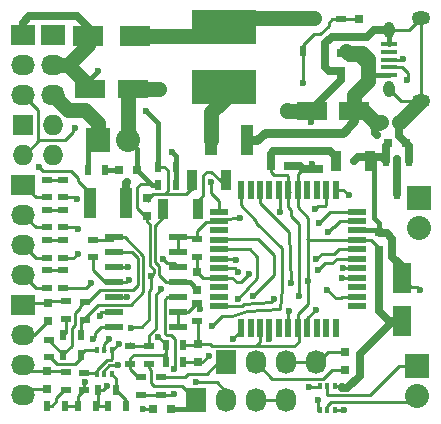
<source format=gbr>
G04 #@! TF.FileFunction,Copper,L1,Top,Signal*
%FSLAX46Y46*%
G04 Gerber Fmt 4.6, Leading zero omitted, Abs format (unit mm)*
G04 Created by KiCad (PCBNEW 4.0.4-stable) date 04/18/17 12:51:57*
%MOMM*%
%LPD*%
G01*
G04 APERTURE LIST*
%ADD10C,0.100000*%
%ADD11R,1.600200X2.600960*%
%ADD12R,1.600000X0.560000*%
%ADD13R,0.560000X1.600000*%
%ADD14R,1.350000X0.400000*%
%ADD15O,0.950000X1.400000*%
%ADD16O,1.550000X1.200000*%
%ADD17R,1.727200X2.032000*%
%ADD18O,1.727200X2.032000*%
%ADD19R,0.750000X0.800000*%
%ADD20R,0.800000X0.750000*%
%ADD21R,2.600960X1.600200*%
%ADD22R,2.499360X1.800860*%
%ADD23R,0.797560X0.797560*%
%ADD24R,1.000000X2.500000*%
%ADD25R,0.900000X1.700000*%
%ADD26R,2.032000X1.727200*%
%ADD27O,2.032000X1.727200*%
%ADD28R,1.727200X1.727200*%
%ADD29O,1.727200X1.727200*%
%ADD30R,2.032000X2.032000*%
%ADD31O,2.032000X2.032000*%
%ADD32R,0.600000X0.900000*%
%ADD33R,0.900000X0.500000*%
%ADD34R,0.500000X0.900000*%
%ADD35R,1.500000X0.600000*%
%ADD36R,0.304800X0.508000*%
%ADD37R,5.400040X2.900680*%
%ADD38R,5.400040X2.900000*%
%ADD39C,0.600000*%
%ADD40C,0.250000*%
%ADD41C,0.400000*%
%ADD42C,0.800000*%
%ADD43C,0.635000*%
%ADD44C,1.270000*%
G04 APERTURE END LIST*
D10*
D11*
X103187500Y-122214640D03*
X103187500Y-125816360D03*
D12*
X87723600Y-116573800D03*
X87723600Y-117373800D03*
X87723600Y-118173800D03*
X87723600Y-118973800D03*
X87723600Y-119773800D03*
X87723600Y-120573800D03*
X87723600Y-121373800D03*
X87723600Y-122173800D03*
X87723600Y-122973800D03*
X87723600Y-123773800D03*
X87723600Y-124573800D03*
D13*
X89573600Y-126423800D03*
X90373600Y-126423800D03*
X91173600Y-126423800D03*
X91973600Y-126423800D03*
X92773600Y-126423800D03*
X93573600Y-126423800D03*
X94373600Y-126423800D03*
X95173600Y-126423800D03*
X95973600Y-126423800D03*
X96773600Y-126423800D03*
X97573600Y-126423800D03*
D12*
X99423600Y-124573800D03*
X99423600Y-123773800D03*
X99423600Y-122973800D03*
X99423600Y-122173800D03*
X99423600Y-121373800D03*
X99423600Y-120573800D03*
X99423600Y-119773800D03*
X99423600Y-118973800D03*
X99423600Y-118173800D03*
X99423600Y-117373800D03*
X99423600Y-116573800D03*
D13*
X97573600Y-114723800D03*
X96773600Y-114723800D03*
X95973600Y-114723800D03*
X95173600Y-114723800D03*
X94373600Y-114723800D03*
X93573600Y-114723800D03*
X92773600Y-114723800D03*
X91973600Y-114723800D03*
X91173600Y-114723800D03*
X90373600Y-114723800D03*
X89573600Y-114723800D03*
D14*
X102132960Y-104996400D03*
X102132960Y-104346400D03*
X102132960Y-103696400D03*
X102132960Y-103046400D03*
X102132960Y-102396400D03*
D15*
X102132960Y-106196400D03*
X102132960Y-101196400D03*
D16*
X104832960Y-107196400D03*
X104832960Y-100196400D03*
D17*
X88328500Y-129349500D03*
D18*
X90868500Y-129349500D03*
X93408500Y-129349500D03*
X95948500Y-129349500D03*
D19*
X98374200Y-128459800D03*
X98374200Y-129959800D03*
D20*
X83630200Y-133273800D03*
X82130200Y-133273800D03*
X101421500Y-109029500D03*
X102921500Y-109029500D03*
D19*
X101219000Y-118312500D03*
X101219000Y-119812500D03*
X85915500Y-129312100D03*
X85915500Y-127812100D03*
X81597500Y-115455000D03*
X81597500Y-116955000D03*
X96202500Y-111454500D03*
X96202500Y-112954500D03*
D21*
X99146360Y-108077000D03*
X95544640Y-108077000D03*
D19*
X98044000Y-103136000D03*
X98044000Y-104636000D03*
D20*
X102056500Y-110807500D03*
X103556500Y-110807500D03*
D19*
X73215500Y-125845000D03*
X73215500Y-124345000D03*
X73152000Y-131610800D03*
X73152000Y-130110800D03*
D21*
X76812140Y-106172000D03*
X80413860Y-106172000D03*
D19*
X85852000Y-123178000D03*
X85852000Y-121678000D03*
X94805500Y-111454500D03*
X94805500Y-112954500D03*
D20*
X92087000Y-112712500D03*
X93587000Y-112712500D03*
D22*
X76614020Y-101727000D03*
X80611980Y-101727000D03*
D23*
X79260700Y-113030000D03*
X80759300Y-113030000D03*
D24*
X76808200Y-115824000D03*
X79808200Y-115824000D03*
D25*
X100522700Y-112318800D03*
X97622700Y-112318800D03*
X88318000Y-113919000D03*
X85418000Y-113919000D03*
X83005000Y-116332000D03*
X85905000Y-116332000D03*
D26*
X71120000Y-114300000D03*
D27*
X71120000Y-116840000D03*
X71120000Y-119380000D03*
X71120000Y-121920000D03*
D28*
X71120000Y-109220000D03*
D29*
X73660000Y-109220000D03*
X71120000Y-111760000D03*
X73660000Y-111760000D03*
D17*
X85788500Y-132524500D03*
D18*
X88328500Y-132524500D03*
X90868500Y-132524500D03*
X93408500Y-132524500D03*
D26*
X71120000Y-124460000D03*
D27*
X71120000Y-127000000D03*
X71120000Y-129540000D03*
X71120000Y-132080000D03*
D30*
X77470000Y-110490000D03*
D31*
X80010000Y-110490000D03*
D30*
X104470200Y-129616200D03*
D31*
X104470200Y-132156200D03*
D26*
X71069200Y-101587300D03*
D27*
X71069200Y-104127300D03*
X71069200Y-106667300D03*
D26*
X73660000Y-101600000D03*
D27*
X73660000Y-104140000D03*
X73660000Y-106680000D03*
D32*
X95758000Y-100200000D03*
X96708000Y-103000000D03*
X94808000Y-103000000D03*
D33*
X82753200Y-132068000D03*
X82753200Y-130568000D03*
X81788000Y-127951800D03*
X81788000Y-129451800D03*
X81127600Y-132068000D03*
X81127600Y-130568000D03*
X80187800Y-129451800D03*
X80187800Y-127951800D03*
D34*
X84684300Y-129324100D03*
X83184300Y-129324100D03*
X84684300Y-127850900D03*
X83184300Y-127850900D03*
D33*
X73101200Y-121525600D03*
X73101200Y-123025600D03*
X73101200Y-119011000D03*
X73101200Y-120511000D03*
X73101200Y-116420200D03*
X73101200Y-117920200D03*
X73101200Y-113880200D03*
X73101200Y-115380200D03*
X74498200Y-123025600D03*
X74498200Y-121525600D03*
X74498200Y-120511000D03*
X74498200Y-119011000D03*
X74498200Y-117920200D03*
X74498200Y-116420200D03*
X74498200Y-115380200D03*
X74498200Y-113880200D03*
D34*
X78320200Y-132994400D03*
X79820200Y-132994400D03*
X77482000Y-131673600D03*
X78982000Y-131673600D03*
X74535600Y-128676400D03*
X76035600Y-128676400D03*
D33*
X73304400Y-127418400D03*
X73304400Y-128918400D03*
X76327000Y-125718000D03*
X76327000Y-124218000D03*
D34*
X75805600Y-132994400D03*
X77305600Y-132994400D03*
D33*
X85852000Y-124345000D03*
X85852000Y-125845000D03*
D34*
X74497500Y-127063500D03*
X75997500Y-127063500D03*
X73164000Y-132994400D03*
X74664000Y-132994400D03*
D33*
X74739500Y-124154500D03*
X74739500Y-125654500D03*
X74726800Y-130161600D03*
X74726800Y-131661600D03*
D34*
X82562000Y-112776000D03*
X84062000Y-112776000D03*
X84062000Y-114300000D03*
X82562000Y-114300000D03*
D33*
X85826600Y-120384000D03*
X85826600Y-118884000D03*
X77025500Y-118947500D03*
X77025500Y-120447500D03*
X76250800Y-130212400D03*
X76250800Y-131712400D03*
X98056700Y-100265800D03*
X98056700Y-101765800D03*
D34*
X76593000Y-113030000D03*
X78093000Y-113030000D03*
D32*
X102806500Y-115065000D03*
X101856500Y-112265000D03*
X103756500Y-112265000D03*
D35*
X84234000Y-126365000D03*
X84234000Y-125095000D03*
X84234000Y-123825000D03*
X84234000Y-122555000D03*
X84234000Y-121285000D03*
X84234000Y-120015000D03*
X84234000Y-118745000D03*
X78834000Y-118745000D03*
X78834000Y-120015000D03*
X78834000Y-121285000D03*
X78834000Y-122555000D03*
X78834000Y-123825000D03*
X78834000Y-125095000D03*
X78834000Y-126365000D03*
D36*
X78613000Y-128320800D03*
X77343000Y-128320800D03*
X78613000Y-130352800D03*
X77978000Y-128320800D03*
X77343000Y-130352800D03*
X77978000Y-130352800D03*
X96215200Y-133400800D03*
X97485200Y-133400800D03*
X96215200Y-131368800D03*
X96850200Y-133400800D03*
X97485200Y-131368800D03*
X96850200Y-131368800D03*
D30*
X104597200Y-115392200D03*
D31*
X104597200Y-117932200D03*
D19*
X99580700Y-100265800D03*
X99580700Y-101765800D03*
D24*
X90069800Y-110540800D03*
X87069800Y-110540800D03*
D37*
X88138000Y-100916740D03*
D38*
X88138000Y-105998000D03*
D39*
X81229200Y-133273800D03*
X85750400Y-130962400D03*
X101041200Y-110083600D03*
X102793800Y-112090200D03*
X93421200Y-108000800D03*
X98145600Y-131419600D03*
X96062800Y-132562600D03*
X95567500Y-112585500D03*
X95504000Y-108966000D03*
X79222600Y-127762000D03*
X80289400Y-126390400D03*
X75514200Y-109474000D03*
X80060800Y-122326400D03*
X81940400Y-122021600D03*
X95199200Y-122428000D03*
X90271600Y-121843800D03*
X82626200Y-106222800D03*
X104724200Y-123215400D03*
X95885000Y-124891800D03*
X99123500Y-112268000D03*
X79946500Y-114046000D03*
X94513400Y-123723400D03*
X86817200Y-128803400D03*
X77470000Y-104648000D03*
X81534000Y-108077000D03*
X72491600Y-112826800D03*
X83693000Y-111506000D03*
X87020400Y-114071400D03*
X92900500Y-116649500D03*
X89471500Y-117157500D03*
X90614500Y-123698000D03*
X78422500Y-127381000D03*
X89344500Y-123952000D03*
X79184500Y-129603500D03*
X89154000Y-120650000D03*
X80010000Y-121285000D03*
X79883000Y-123825000D03*
X89344500Y-121666000D03*
X93662500Y-125031500D03*
X92329000Y-124015500D03*
X98310700Y-133400800D03*
X88849200Y-127355600D03*
X95326200Y-131445000D03*
X91973400Y-127355600D03*
X94818200Y-105714800D03*
X96875600Y-123215400D03*
X98145600Y-122174000D03*
X103581200Y-105410000D03*
X98171000Y-121361200D03*
X103301800Y-103657400D03*
X96075500Y-121539000D03*
X76835000Y-122618500D03*
X95948500Y-120586500D03*
X75755500Y-120142000D03*
X96964500Y-118300500D03*
X75755500Y-118046500D03*
X96139000Y-117538500D03*
X75692000Y-115506500D03*
X98679000Y-115189000D03*
X95821500Y-116332000D03*
X93827600Y-122656600D03*
X86106000Y-124841000D03*
X87122000Y-126238000D03*
X82550000Y-127190500D03*
X83921600Y-132029200D03*
X83921600Y-129895600D03*
X82981800Y-120599200D03*
X82804000Y-123088400D03*
X78206600Y-131318000D03*
X77597000Y-125399800D03*
X76327000Y-131013200D03*
X77012800Y-127355600D03*
D40*
X95948500Y-129349500D02*
X96075500Y-129349500D01*
X96075500Y-129349500D02*
X96952500Y-128472500D01*
X96952500Y-128472500D02*
X98044000Y-128472500D01*
X95948500Y-129349500D02*
X93408500Y-129349500D01*
X82753200Y-130568000D02*
X84824000Y-130568000D01*
X86664800Y-130302000D02*
X87617300Y-129349500D01*
X85090000Y-130302000D02*
X86664800Y-130302000D01*
X84824000Y-130568000D02*
X85090000Y-130302000D01*
X87617300Y-129349500D02*
X88328500Y-129349500D01*
X98044000Y-129972500D02*
X97281300Y-129972500D01*
X92227400Y-130708400D02*
X90868500Y-129349500D01*
X96545400Y-130708400D02*
X92227400Y-130708400D01*
X97281300Y-129972500D02*
X96545400Y-130708400D01*
X90868500Y-129349500D02*
X90932000Y-129349500D01*
D41*
X83630200Y-133273800D02*
X85039200Y-133273800D01*
X85039200Y-133273800D02*
X85788500Y-132524500D01*
D40*
X85064600Y-133248400D02*
X85788500Y-132524500D01*
X90868500Y-132524500D02*
X93408500Y-132524500D01*
X85788500Y-132524500D02*
X85788500Y-132626100D01*
X84582000Y-131318000D02*
X85788500Y-132524500D01*
X82194400Y-131318000D02*
X84582000Y-131318000D01*
X81940400Y-131064000D02*
X82194400Y-131318000D01*
X81940400Y-129997200D02*
X81940400Y-131064000D01*
X81788000Y-129844800D02*
X81940400Y-129997200D01*
X81788000Y-129451800D02*
X81788000Y-129844800D01*
X81788000Y-129451800D02*
X81788000Y-129667000D01*
X82118200Y-133273800D02*
X81229200Y-133273800D01*
X85750400Y-130962400D02*
X85801200Y-131013200D01*
X85801200Y-131013200D02*
X87528400Y-131013200D01*
X87528400Y-131013200D02*
X88328500Y-131813300D01*
X88328500Y-131813300D02*
X88328500Y-132524500D01*
D42*
X99146360Y-108077000D02*
X99146360Y-108930440D01*
X90957400Y-110540800D02*
X90069800Y-110540800D01*
X91592400Y-109905800D02*
X90957400Y-110540800D01*
X98171000Y-109905800D02*
X91592400Y-109905800D01*
X99146360Y-108930440D02*
X98171000Y-109905800D01*
D43*
X102806500Y-115065000D02*
X102806500Y-112102900D01*
X100888800Y-109931200D02*
X100888800Y-109016800D01*
X101041200Y-110083600D02*
X100888800Y-109931200D01*
X102806500Y-112102900D02*
X102793800Y-112090200D01*
D44*
X99146360Y-108077000D02*
X99949000Y-108077000D01*
X99949000Y-108077000D02*
X100888800Y-109016800D01*
X100888800Y-109016800D02*
X101028500Y-109156500D01*
X101028500Y-109156500D02*
X101421500Y-109029500D01*
X100330000Y-104648000D02*
X100330000Y-103632000D01*
X98615500Y-103124000D02*
X98488500Y-102997000D01*
X99822000Y-103124000D02*
X98615500Y-103124000D01*
X100330000Y-103632000D02*
X99822000Y-103124000D01*
X99146360Y-108077000D02*
X99146360Y-106720640D01*
X100330000Y-105537000D02*
X100330000Y-104648000D01*
X99146360Y-106720640D02*
X100330000Y-105537000D01*
D41*
X102132960Y-104996400D02*
X100678400Y-104996400D01*
X100678400Y-104996400D02*
X100330000Y-104648000D01*
X98603500Y-103695500D02*
X98044000Y-103136000D01*
X100330000Y-104648000D02*
X99377500Y-103695500D01*
X99377500Y-103695500D02*
X98603500Y-103695500D01*
D43*
X99580700Y-101765800D02*
X100227700Y-101765800D01*
X100797100Y-101196400D02*
X102132960Y-101196400D01*
X100227700Y-101765800D02*
X100797100Y-101196400D01*
X95544640Y-108077000D02*
X95544640Y-107909360D01*
X95544640Y-107909360D02*
X98044000Y-105410000D01*
X98044000Y-105410000D02*
X98044000Y-104636000D01*
X96708000Y-103000000D02*
X96708000Y-104366100D01*
X96977900Y-104636000D02*
X98044000Y-104636000D01*
X96708000Y-104366100D02*
X96977900Y-104636000D01*
X98056700Y-101765800D02*
X97243200Y-101765800D01*
X96708000Y-102301000D02*
X96708000Y-103000000D01*
X97243200Y-101765800D02*
X96708000Y-102301000D01*
X99580700Y-101765800D02*
X98056700Y-101765800D01*
D40*
X98094800Y-131368800D02*
X98145600Y-131419600D01*
X97485200Y-131368800D02*
X98094800Y-131368800D01*
D44*
X93497400Y-108077000D02*
X95544640Y-108077000D01*
X93421200Y-108000800D02*
X93497400Y-108077000D01*
D40*
X72390000Y-107950000D02*
X72390000Y-110617000D01*
X72390000Y-107950000D02*
X71120000Y-106680000D01*
X71069200Y-106629200D02*
X71120000Y-106680000D01*
D44*
X80413860Y-106172000D02*
X82575400Y-106172000D01*
D40*
X101219000Y-119812500D02*
X101219000Y-119659400D01*
X101219000Y-119659400D02*
X100533400Y-118973800D01*
D43*
X102921500Y-109029500D02*
X102921500Y-110172500D01*
X102921500Y-110172500D02*
X103556500Y-110807500D01*
X103756500Y-112265000D02*
X103756500Y-111007500D01*
X103756500Y-111007500D02*
X103556500Y-110807500D01*
X103187500Y-125816360D02*
X102067360Y-125816360D01*
X101219000Y-124968000D02*
X101219000Y-119812500D01*
X102067360Y-125816360D02*
X101219000Y-124968000D01*
X103187500Y-125816360D02*
X102453440Y-125816360D01*
X102453440Y-125816360D02*
X99618800Y-128651000D01*
X99618800Y-128651000D02*
X99618800Y-130454400D01*
X99618800Y-130454400D02*
X98584902Y-131488298D01*
X98584902Y-131488298D02*
X98145600Y-131488298D01*
X98145600Y-131488298D02*
X98145600Y-131445000D01*
D40*
X96075500Y-133477000D02*
X96075500Y-132575300D01*
X98120200Y-131445000D02*
X98145600Y-131445000D01*
X98145600Y-131419600D02*
X98120200Y-131445000D01*
X96075500Y-132575300D02*
X96062800Y-132562600D01*
X85915500Y-127812100D02*
X86943500Y-127812100D01*
X87122000Y-127990600D02*
X90576400Y-127990600D01*
X86943500Y-127812100D02*
X87122000Y-127990600D01*
D44*
X102921500Y-109029500D02*
X102999860Y-109029500D01*
X102999860Y-109029500D02*
X104832960Y-107196400D01*
D40*
X104832960Y-107196400D02*
X103132960Y-107196400D01*
X103132960Y-107196400D02*
X102132960Y-106196400D01*
X104832960Y-100196400D02*
X104832960Y-107196400D01*
X102132960Y-101196400D02*
X103832960Y-101196400D01*
X103832960Y-101196400D02*
X104832960Y-100196400D01*
D41*
X102132960Y-102396400D02*
X102132960Y-101196400D01*
D40*
X95377000Y-112776000D02*
X95567500Y-112585500D01*
X95504000Y-108966000D02*
X95544640Y-108925360D01*
X95544640Y-108925360D02*
X95544640Y-108077000D01*
X95377000Y-112954500D02*
X95377000Y-112776000D01*
X94373600Y-113386400D02*
X94805500Y-112954500D01*
D43*
X96202500Y-112954500D02*
X95377000Y-112954500D01*
X95377000Y-112954500D02*
X94805500Y-112954500D01*
X93587000Y-112712500D02*
X94563500Y-112712500D01*
X94563500Y-112712500D02*
X94805500Y-112954500D01*
D40*
X78613000Y-128320800D02*
X78663800Y-128320800D01*
X78663800Y-128320800D02*
X79222600Y-127762000D01*
X81940400Y-122021600D02*
X81940400Y-123139200D01*
X80365600Y-126314200D02*
X80289400Y-126390400D01*
X81178400Y-126314200D02*
X80365600Y-126314200D01*
X81788000Y-125704600D02*
X81178400Y-126314200D01*
X81788000Y-123291600D02*
X81788000Y-125704600D01*
X81940400Y-123139200D02*
X81788000Y-123291600D01*
X77343000Y-130352800D02*
X77343000Y-129970402D01*
X77343000Y-129970402D02*
X78198004Y-129115398D01*
X78198004Y-129115398D02*
X78580402Y-129115398D01*
X78580402Y-129115398D02*
X78613000Y-129082800D01*
X78613000Y-129082800D02*
X78613000Y-128320800D01*
X86347800Y-122173800D02*
X85852000Y-121678000D01*
X81597500Y-116955000D02*
X81445800Y-116955000D01*
X81445800Y-116955000D02*
X80797400Y-116306600D01*
X81089500Y-114236500D02*
X81724500Y-114236500D01*
X80797400Y-114528600D02*
X81089500Y-114236500D01*
X80797400Y-116306600D02*
X80797400Y-114528600D01*
X81788000Y-114173000D02*
X81788000Y-114058700D01*
X81724500Y-114236500D02*
X81845150Y-114115850D01*
X81845150Y-114115850D02*
X81788000Y-114173000D01*
X75361800Y-109829600D02*
X74701400Y-110490000D01*
X75514200Y-109474000D02*
X75361800Y-109626400D01*
X75361800Y-109626400D02*
X75361800Y-109829600D01*
X72517000Y-110490000D02*
X72390000Y-110617000D01*
X74701400Y-110490000D02*
X72517000Y-110490000D01*
X86092600Y-127635000D02*
X85915500Y-127812100D01*
X85915500Y-127812100D02*
X85915500Y-125908500D01*
X85915500Y-125908500D02*
X85852000Y-125845000D01*
X84684300Y-127850900D02*
X85876700Y-127850900D01*
X85876700Y-127850900D02*
X85915500Y-127812100D01*
X85826600Y-120384000D02*
X85826600Y-121652600D01*
X85826600Y-121652600D02*
X85852000Y-121678000D01*
X78834000Y-122555000D02*
X79832200Y-122555000D01*
X79832200Y-122555000D02*
X80060800Y-122326400D01*
X81864200Y-121165198D02*
X81864200Y-117678200D01*
X81940400Y-122021600D02*
X82169000Y-121793000D01*
X82169000Y-121793000D02*
X82169000Y-121469998D01*
X82169000Y-121469998D02*
X81864200Y-121165198D01*
X76250800Y-130212400D02*
X77202600Y-130212400D01*
X77202600Y-130212400D02*
X77343000Y-130352800D01*
X78834000Y-122555000D02*
X78054200Y-122555000D01*
X77025500Y-121526300D02*
X77025500Y-120447500D01*
X78054200Y-122555000D02*
X77025500Y-121526300D01*
X81597500Y-116955000D02*
X81597500Y-117411500D01*
X81597500Y-117411500D02*
X81864200Y-117678200D01*
D41*
X85852000Y-121678000D02*
X85864000Y-121678000D01*
X80759300Y-113030000D02*
X80759300Y-111239300D01*
X80759300Y-111239300D02*
X80010000Y-110490000D01*
X82562000Y-114300000D02*
X82029300Y-114300000D01*
X82029300Y-114300000D02*
X81788000Y-114058700D01*
X81788000Y-114058700D02*
X80759300Y-113030000D01*
D40*
X71120000Y-111760000D02*
X71247000Y-111760000D01*
X71247000Y-111760000D02*
X72390000Y-110617000D01*
D44*
X80010000Y-110490000D02*
X80010000Y-106575860D01*
X80010000Y-106575860D02*
X80413860Y-106172000D01*
D40*
X100533400Y-118973800D02*
X99423600Y-118973800D01*
X99423600Y-118973800D02*
X95250000Y-118973800D01*
X95186500Y-118935500D02*
X95250000Y-118935500D01*
X95211700Y-118935500D02*
X95186500Y-118935500D01*
X95250000Y-118973800D02*
X95211700Y-118935500D01*
X95250000Y-122428000D02*
X95250000Y-118935500D01*
X95250000Y-118935500D02*
X95250000Y-117094000D01*
X91173600Y-127622000D02*
X91173600Y-126423800D01*
X90805000Y-127990600D02*
X91173600Y-127622000D01*
X90576400Y-127990600D02*
X90805000Y-127990600D01*
X95199200Y-122428000D02*
X95250000Y-122428000D01*
X95250000Y-122428000D02*
X95224600Y-122428000D01*
X95224600Y-122428000D02*
X95250000Y-122428000D01*
X90576400Y-127990600D02*
X94081600Y-127990600D01*
X94462600Y-127609600D02*
X94462600Y-126512800D01*
X94081600Y-127990600D02*
X94462600Y-127609600D01*
X94462600Y-126512800D02*
X94373600Y-126423800D01*
X94373600Y-126423800D02*
X94373600Y-125272900D01*
X94373600Y-125272900D02*
X95250000Y-124396500D01*
X95250000Y-124396500D02*
X95250000Y-122428000D01*
X94373600Y-114723800D02*
X94373600Y-113386400D01*
X94373600Y-116217600D02*
X94373600Y-114723800D01*
X95250000Y-117094000D02*
X94373600Y-116217600D01*
X87723600Y-122173800D02*
X88823600Y-122173800D01*
X89560400Y-122555000D02*
X90271600Y-121843800D01*
X89204800Y-122555000D02*
X89560400Y-122555000D01*
X88823600Y-122173800D02*
X89204800Y-122555000D01*
X87723600Y-122173800D02*
X86347800Y-122173800D01*
D44*
X82575400Y-106172000D02*
X82626200Y-106222800D01*
D40*
X95173600Y-126423800D02*
X95173600Y-125603200D01*
X95173600Y-125603200D02*
X95885000Y-124891800D01*
D43*
X103187500Y-122214640D02*
X103187500Y-121196100D01*
X103187500Y-121196100D02*
X102387400Y-120396000D01*
X101904800Y-118414800D02*
X101321300Y-118414800D01*
X102387400Y-118897400D02*
X101904800Y-118414800D01*
X102387400Y-120396000D02*
X102387400Y-118897400D01*
X101321300Y-118414800D02*
X101219000Y-118312500D01*
D40*
X104495600Y-122986800D02*
X103959660Y-122986800D01*
X104724200Y-123215400D02*
X104495600Y-122986800D01*
X103959660Y-122986800D02*
X103187500Y-122214640D01*
D43*
X100510000Y-111950500D02*
X101542000Y-111950500D01*
X101542000Y-111950500D02*
X101856500Y-112265000D01*
X101856500Y-112265000D02*
X101856500Y-111432300D01*
X101856500Y-112265000D02*
X101856500Y-111432300D01*
X101856500Y-111432300D02*
X101856500Y-111007500D01*
X101856500Y-111007500D02*
X102056500Y-110807500D01*
D41*
X100838000Y-112278500D02*
X100510000Y-111950500D01*
X100838000Y-117157500D02*
X100838000Y-112278500D01*
X101219000Y-117538500D02*
X100838000Y-117157500D01*
X101219000Y-118312500D02*
X101219000Y-117538500D01*
X101080300Y-118173800D02*
X101219000Y-118312500D01*
D43*
X79808200Y-115824000D02*
X79808200Y-114184300D01*
X99441000Y-111950500D02*
X100510000Y-111950500D01*
X99123500Y-112268000D02*
X99441000Y-111950500D01*
X79808200Y-114184300D02*
X79946500Y-114046000D01*
D41*
X99423600Y-118173800D02*
X101080300Y-118173800D01*
D40*
X85915500Y-129312100D02*
X86308500Y-129312100D01*
X86308500Y-129312100D02*
X86817200Y-128803400D01*
D43*
X96202500Y-111454500D02*
X97114000Y-111454500D01*
X97114000Y-111454500D02*
X97610000Y-111950500D01*
X94805500Y-111454500D02*
X96202500Y-111454500D01*
X92087000Y-112712500D02*
X92087000Y-111684500D01*
X92317000Y-111454500D02*
X94805500Y-111454500D01*
X92087000Y-111684500D02*
X92317000Y-111454500D01*
D40*
X92087000Y-113232500D02*
X92087000Y-112712500D01*
X85915500Y-129312100D02*
X86270400Y-129312100D01*
X85915500Y-129312100D02*
X86079900Y-129312100D01*
X85915500Y-129312100D02*
X84696300Y-129312100D01*
X84696300Y-129312100D02*
X84684300Y-129324100D01*
X93573600Y-116205000D02*
X93573600Y-114723800D01*
X93802200Y-116433600D02*
X93573600Y-116205000D01*
X93802200Y-116941600D02*
X93802200Y-116433600D01*
X94513400Y-117652800D02*
X93802200Y-116941600D01*
X94513400Y-123723400D02*
X94513400Y-117652800D01*
X93573600Y-114723800D02*
X93573600Y-113576100D01*
X93573600Y-113576100D02*
X93472000Y-113474500D01*
X93472000Y-113474500D02*
X92329000Y-113474500D01*
X92329000Y-113474500D02*
X92087000Y-113232500D01*
X93662500Y-114812700D02*
X93573600Y-114723800D01*
X93726000Y-114876200D02*
X93573600Y-114723800D01*
D43*
X71069200Y-101587300D02*
X71069200Y-100571300D01*
X71640700Y-99999800D02*
X71069200Y-100571300D01*
X75641200Y-99999800D02*
X71640700Y-99999800D01*
X75641200Y-99999800D02*
X76614020Y-100972620D01*
X76614020Y-101727000D02*
X76614020Y-100972620D01*
D40*
X83083400Y-115112800D02*
X84886800Y-115112800D01*
X84886800Y-115112800D02*
X85418000Y-114581600D01*
X85418000Y-114581600D02*
X85418000Y-113919000D01*
X81597500Y-115455000D02*
X81776000Y-115455000D01*
X81776000Y-115455000D02*
X82118200Y-115112800D01*
X83058000Y-112776000D02*
X82562000Y-112776000D01*
X83362800Y-113080800D02*
X83058000Y-112776000D01*
X83362800Y-114833400D02*
X83362800Y-113080800D01*
X83083400Y-115112800D02*
X83362800Y-114833400D01*
X82118200Y-115112800D02*
X83083400Y-115112800D01*
X81597500Y-115455000D02*
X81839500Y-115455000D01*
X81661000Y-115685000D02*
X81661000Y-115570000D01*
D41*
X85418000Y-113919000D02*
X85418000Y-114607000D01*
X82562000Y-112776000D02*
X82562000Y-109105000D01*
X76812140Y-105305860D02*
X76812140Y-106172000D01*
X77470000Y-104648000D02*
X76812140Y-105305860D01*
X82562000Y-109105000D02*
X81534000Y-108077000D01*
D43*
X73660000Y-104140000D02*
X73279000Y-104140000D01*
D44*
X76812140Y-106172000D02*
X76812140Y-106022140D01*
X76812140Y-106022140D02*
X74930000Y-104140000D01*
X76614020Y-101727000D02*
X76614020Y-102455980D01*
X76614020Y-102455980D02*
X74930000Y-104140000D01*
X74930000Y-104140000D02*
X73660000Y-104140000D01*
D40*
X71120000Y-127000000D02*
X72060500Y-127000000D01*
X72060500Y-127000000D02*
X73215500Y-125845000D01*
X73215500Y-124345000D02*
X71235000Y-124345000D01*
X71235000Y-124345000D02*
X71120000Y-124460000D01*
X74739500Y-124154500D02*
X73406000Y-124154500D01*
X73406000Y-124154500D02*
X73215500Y-124345000D01*
X71589200Y-131610800D02*
X71120000Y-132080000D01*
X71335200Y-131864800D02*
X71120000Y-132080000D01*
X73152000Y-131610800D02*
X71589200Y-131610800D01*
X73152000Y-130110800D02*
X74676000Y-130110800D01*
X74676000Y-130110800D02*
X74726800Y-130161600D01*
X73152000Y-130110800D02*
X71690800Y-130110800D01*
X71690800Y-130110800D02*
X71120000Y-129540000D01*
X84234000Y-122555000D02*
X83210400Y-122555000D01*
X82314202Y-117761598D02*
X83005000Y-117070800D01*
X82314202Y-120853200D02*
X82314202Y-117761598D01*
X82619002Y-121158000D02*
X82314202Y-120853200D01*
X82619002Y-121963602D02*
X82619002Y-121158000D01*
X83210400Y-122555000D02*
X82619002Y-121963602D01*
X83005000Y-117070800D02*
X83005000Y-116332000D01*
D41*
X84234000Y-122555000D02*
X85229000Y-122555000D01*
X85229000Y-122555000D02*
X85852000Y-123178000D01*
D44*
X80611980Y-101727000D02*
X87327740Y-101727000D01*
X87327740Y-101727000D02*
X88138000Y-100916740D01*
X95758000Y-100200000D02*
X88854740Y-100200000D01*
X88854740Y-100200000D02*
X88138000Y-100916740D01*
D41*
X79260700Y-113030000D02*
X78093000Y-113030000D01*
D40*
X76808200Y-114984400D02*
X75793600Y-113969800D01*
X76808200Y-115824000D02*
X76808200Y-114984400D01*
X75793600Y-113969800D02*
X75793600Y-113766600D01*
X75793600Y-113766600D02*
X75184000Y-113157000D01*
X75184000Y-113157000D02*
X72821800Y-113157000D01*
X72821800Y-113157000D02*
X72491600Y-112826800D01*
D41*
X83693000Y-111506000D02*
X84074000Y-111887000D01*
X84062000Y-114300000D02*
X84062000Y-112776000D01*
X84074000Y-111887000D02*
X84074000Y-112764000D01*
X84074000Y-112764000D02*
X84062000Y-112776000D01*
D40*
X87020400Y-114960400D02*
X87020400Y-114071400D01*
X87723600Y-115663600D02*
X87020400Y-114960400D01*
X87723600Y-116573800D02*
X87723600Y-115663600D01*
X85826600Y-118884000D02*
X85826600Y-118211600D01*
X85826600Y-118211600D02*
X86563200Y-117475000D01*
X84234000Y-118745000D02*
X85687600Y-118745000D01*
X85687600Y-118745000D02*
X85826600Y-118884000D01*
X84234000Y-120015000D02*
X84234000Y-118745000D01*
X92837000Y-116586000D02*
X92837000Y-114787200D01*
X92900500Y-116649500D02*
X92837000Y-116586000D01*
X92837000Y-114787200D02*
X92773600Y-114723800D01*
X92773500Y-114723900D02*
X92773600Y-114723800D01*
X87723600Y-117373800D02*
X89370300Y-117056300D01*
X89370300Y-117056300D02*
X89471500Y-117157500D01*
X86563200Y-117475000D02*
X87622400Y-117475000D01*
X87622400Y-117475000D02*
X87723600Y-117373800D01*
X77978000Y-128320800D02*
X77978000Y-127825500D01*
X77978000Y-127825500D02*
X78422500Y-127381000D01*
X78041500Y-128257300D02*
X77978000Y-128320800D01*
X90995500Y-118935500D02*
X87761900Y-118935500D01*
X92329000Y-120269000D02*
X90995500Y-118935500D01*
X92329000Y-121983500D02*
X92329000Y-120269000D01*
X90614500Y-123698000D02*
X92329000Y-121983500D01*
X87761900Y-118935500D02*
X87723600Y-118973800D01*
X90309800Y-119773800D02*
X87723600Y-119773800D01*
X90932000Y-120396000D02*
X90309800Y-119773800D01*
X90932000Y-122237500D02*
X90932000Y-120396000D01*
X89344500Y-123952000D02*
X90932000Y-122237500D01*
X78422500Y-129603500D02*
X79184500Y-129603500D01*
X77978000Y-130352800D02*
X77978000Y-130048000D01*
X77978000Y-130048000D02*
X78422500Y-129603500D01*
X87723600Y-120573800D02*
X89077800Y-120573800D01*
X89077800Y-120573800D02*
X89154000Y-120650000D01*
X80010000Y-121285000D02*
X78834000Y-121285000D01*
X87723600Y-121373800D02*
X89052300Y-121373800D01*
X89052300Y-121373800D02*
X89344500Y-121666000D01*
X79883000Y-123825000D02*
X78834000Y-123825000D01*
X93573600Y-125120400D02*
X93573600Y-126423800D01*
X93662500Y-125031500D02*
X93573600Y-125120400D01*
X92138500Y-124206000D02*
X92329000Y-124015500D01*
X89852500Y-124396500D02*
X92138500Y-124206000D01*
X89662000Y-124587000D02*
X89852500Y-124396500D01*
X87723600Y-124573800D02*
X89140800Y-124573800D01*
X89154000Y-124587000D02*
X89662000Y-124587000D01*
X89140800Y-124573800D02*
X89154000Y-124587000D01*
X89573600Y-126631200D02*
X88849200Y-127355600D01*
X98310700Y-133400800D02*
X97485200Y-133400800D01*
X89573600Y-126423800D02*
X89573600Y-126631200D01*
X89573600Y-126423800D02*
X89573600Y-126605800D01*
X91973600Y-127355400D02*
X91973600Y-126423800D01*
X96075500Y-131445000D02*
X95326200Y-131445000D01*
X91973400Y-127355600D02*
X91973600Y-127355400D01*
X98056700Y-100265800D02*
X99580700Y-100265800D01*
X94808000Y-103000000D02*
X94808000Y-102486500D01*
X97282700Y-100265800D02*
X98056700Y-100265800D01*
X96977200Y-100571300D02*
X97282700Y-100265800D01*
X96977200Y-100825300D02*
X96977200Y-100571300D01*
X96278700Y-101523800D02*
X96977200Y-100825300D01*
X95770700Y-101523800D02*
X96278700Y-101523800D01*
X94808000Y-102486500D02*
X95770700Y-101523800D01*
X98146000Y-123773800D02*
X99423600Y-123773800D01*
X94804800Y-105701400D02*
X94818200Y-105714800D01*
X94808000Y-103000000D02*
X94804800Y-105701400D01*
X96875600Y-123215400D02*
X97586800Y-123926600D01*
X97586800Y-123926600D02*
X97993200Y-123926600D01*
X97993200Y-123926600D02*
X98146000Y-123773800D01*
D41*
X94769200Y-103038800D02*
X94808000Y-103000000D01*
D40*
X99423600Y-122173800D02*
X98145800Y-122173800D01*
X98145800Y-122173800D02*
X98145600Y-122174000D01*
X103228800Y-104346400D02*
X102132960Y-104346400D01*
X103708200Y-104825800D02*
X103228800Y-104346400D01*
X103708200Y-105283000D02*
X103708200Y-104825800D01*
X103581200Y-105410000D02*
X103708200Y-105283000D01*
X102136160Y-104343200D02*
X102132960Y-104346400D01*
X99423600Y-121373800D02*
X98183600Y-121373800D01*
X98183600Y-121373800D02*
X98171000Y-121361200D01*
X103262800Y-103696400D02*
X102132960Y-103696400D01*
X103301800Y-103657400D02*
X103262800Y-103696400D01*
X97675700Y-120573800D02*
X99423600Y-120573800D01*
X97282000Y-120967500D02*
X97675700Y-120573800D01*
X96647000Y-120967500D02*
X97282000Y-120967500D01*
X96075500Y-121539000D02*
X96647000Y-120967500D01*
X74498200Y-123025600D02*
X76427900Y-123025600D01*
X76427900Y-123025600D02*
X76835000Y-122618500D01*
X97840700Y-119773800D02*
X99423600Y-119773800D01*
X97472500Y-120142000D02*
X97840700Y-119773800D01*
X96393000Y-120142000D02*
X97472500Y-120142000D01*
X95948500Y-120586500D02*
X96393000Y-120142000D01*
X74498200Y-120511000D02*
X75386500Y-120511000D01*
X75386500Y-120511000D02*
X75755500Y-120142000D01*
X97954700Y-117373800D02*
X99423600Y-117373800D01*
X97409000Y-117919500D02*
X97954700Y-117373800D01*
X97345500Y-117919500D02*
X97409000Y-117919500D01*
X96964500Y-118300500D02*
X97345500Y-117919500D01*
X74498200Y-117920200D02*
X75629200Y-117920200D01*
X75629200Y-117920200D02*
X75755500Y-118046500D01*
X97103700Y-116573800D02*
X99423600Y-116573800D01*
X96139000Y-117538500D02*
X97103700Y-116573800D01*
X74498200Y-115380200D02*
X75565700Y-115380200D01*
X75565700Y-115380200D02*
X75692000Y-115506500D01*
X98213800Y-114723800D02*
X97573600Y-114723800D01*
X98679000Y-115189000D02*
X98213800Y-114723800D01*
X96773600Y-116014900D02*
X96773600Y-114723800D01*
X95821500Y-116332000D02*
X96075500Y-116078000D01*
X96075500Y-116078000D02*
X96710500Y-116078000D01*
X96710500Y-116078000D02*
X96773600Y-116014900D01*
X91173600Y-115875100D02*
X91173600Y-114723800D01*
X93599000Y-118300500D02*
X91173600Y-115875100D01*
X93764100Y-122593100D02*
X93599000Y-118300500D01*
X93827600Y-122656600D02*
X93764100Y-122593100D01*
X85852000Y-124345000D02*
X85852000Y-124587000D01*
X85852000Y-124587000D02*
X86106000Y-124841000D01*
X84234000Y-126365000D02*
X84234000Y-125095000D01*
X84234000Y-125095000D02*
X85102000Y-125095000D01*
X85102000Y-125095000D02*
X85852000Y-124345000D01*
X89573600Y-116053100D02*
X89573600Y-114723800D01*
X90868500Y-117348000D02*
X89573600Y-116053100D01*
X90868500Y-117538500D02*
X90868500Y-117348000D01*
X93027500Y-119697500D02*
X90868500Y-117538500D01*
X93027500Y-123063000D02*
X93027500Y-119697500D01*
X92900500Y-124841000D02*
X93027500Y-123063000D01*
X90043000Y-124968000D02*
X92900500Y-124841000D01*
X88773000Y-125412500D02*
X90043000Y-124968000D01*
X87947500Y-125412500D02*
X88773000Y-125412500D01*
X87122000Y-126238000D02*
X87947500Y-125412500D01*
X83184300Y-127850900D02*
X83184300Y-127824800D01*
X83184300Y-127824800D02*
X82550000Y-127190500D01*
X80810800Y-130568000D02*
X81127600Y-130568000D01*
X80187800Y-129451800D02*
X80187800Y-128981200D01*
X83007200Y-128701800D02*
X83184300Y-128524700D01*
X80467200Y-128701800D02*
X83007200Y-128701800D01*
X80187800Y-128981200D02*
X80467200Y-128701800D01*
X83184300Y-127850900D02*
X83184300Y-128524700D01*
X83184300Y-128524700D02*
X83184300Y-129324100D01*
X80187800Y-129451800D02*
X80187800Y-129895600D01*
X80187800Y-129895600D02*
X80860200Y-130568000D01*
X80860200Y-130568000D02*
X81127600Y-130568000D01*
X87757000Y-113919000D02*
X88318000Y-113919000D01*
X87020400Y-113182400D02*
X87757000Y-113919000D01*
X86715600Y-113182400D02*
X87020400Y-113182400D01*
X86385400Y-113512600D02*
X86715600Y-113182400D01*
X86385400Y-115189000D02*
X86385400Y-113512600D01*
D41*
X87884000Y-113919000D02*
X88318000Y-113919000D01*
D40*
X85905000Y-116332000D02*
X85905000Y-115669400D01*
X85905000Y-115669400D02*
X86385400Y-115189000D01*
D41*
X85905000Y-116332000D02*
X85905000Y-115898000D01*
D40*
X73101200Y-115380200D02*
X72200200Y-115380200D01*
X72200200Y-115380200D02*
X71120000Y-114300000D01*
X73101200Y-117920200D02*
X72200200Y-117920200D01*
X72200200Y-117920200D02*
X71120000Y-116840000D01*
X73101200Y-120511000D02*
X72251000Y-120511000D01*
X72251000Y-120511000D02*
X71120000Y-119380000D01*
X73101200Y-123025600D02*
X72225600Y-123025600D01*
X72225600Y-123025600D02*
X71120000Y-121920000D01*
D41*
X76593000Y-113030000D02*
X76593000Y-111367000D01*
X76593000Y-111367000D02*
X77470000Y-110490000D01*
D44*
X77470000Y-110490000D02*
X77470000Y-109093000D01*
X74930000Y-107950000D02*
X73660000Y-106680000D01*
X76327000Y-107950000D02*
X74930000Y-107950000D01*
X77470000Y-109093000D02*
X76327000Y-107950000D01*
D40*
X104470200Y-129616200D02*
X102984300Y-129616200D01*
X96850200Y-132067300D02*
X96850200Y-131368800D01*
X96913700Y-132130800D02*
X96850200Y-132067300D01*
X100469700Y-132130800D02*
X96913700Y-132130800D01*
X102984300Y-129616200D02*
X100469700Y-132130800D01*
X96850200Y-133400800D02*
X96850200Y-133019800D01*
X97167700Y-132702300D02*
X103924100Y-132702300D01*
X96850200Y-133019800D02*
X97167700Y-132702300D01*
X103924100Y-132702300D02*
X104470200Y-132156200D01*
X83108800Y-126238000D02*
X83108800Y-124053600D01*
X83882800Y-132068000D02*
X83921600Y-132029200D01*
X83921600Y-129895600D02*
X83972400Y-129844800D01*
X83972400Y-129844800D02*
X83972400Y-127355600D01*
X83972400Y-127355600D02*
X83667600Y-127050800D01*
X83667600Y-127050800D02*
X83261200Y-127050800D01*
X83261200Y-127050800D02*
X83108800Y-126898400D01*
X83108800Y-126898400D02*
X83108800Y-126238000D01*
X82753200Y-132068000D02*
X83882800Y-132068000D01*
X83337400Y-123825000D02*
X84234000Y-123825000D01*
X83108800Y-124053600D02*
X83337400Y-123825000D01*
X81127600Y-132068000D02*
X82753200Y-132068000D01*
X81788000Y-127951800D02*
X81788000Y-127050800D01*
X83903800Y-120954800D02*
X84234000Y-121285000D01*
X83337400Y-120954800D02*
X83903800Y-120954800D01*
X82981800Y-120599200D02*
X83337400Y-120954800D01*
X82804000Y-123164600D02*
X82804000Y-123088400D01*
X82346800Y-123621800D02*
X82804000Y-123164600D01*
X82346800Y-126492000D02*
X82346800Y-123621800D01*
X81788000Y-127050800D02*
X82346800Y-126492000D01*
X80187800Y-127951800D02*
X80187800Y-127711200D01*
X81788000Y-127951800D02*
X80187800Y-127951800D01*
X73101200Y-121525600D02*
X74498200Y-121525600D01*
X73101200Y-119011000D02*
X74498200Y-119011000D01*
X73101200Y-116420200D02*
X74498200Y-116420200D01*
X73101200Y-113880200D02*
X74498200Y-113880200D01*
X77851000Y-131673600D02*
X78206600Y-131318000D01*
X77622400Y-125145800D02*
X77673200Y-125095000D01*
X77622400Y-125374400D02*
X77622400Y-125145800D01*
X77597000Y-125399800D02*
X77622400Y-125374400D01*
X77482000Y-131673600D02*
X77851000Y-131673600D01*
X77673200Y-125095000D02*
X78834000Y-125095000D01*
X77305600Y-132994400D02*
X78320200Y-132994400D01*
X77482000Y-131673600D02*
X77482000Y-132818000D01*
X77482000Y-132818000D02*
X77305600Y-132994400D01*
X78982000Y-131673600D02*
X78982000Y-130721800D01*
X79820200Y-132511800D02*
X78982000Y-131673600D01*
X78982000Y-130721800D02*
X78613000Y-130352800D01*
X79820200Y-132994400D02*
X79820200Y-132511800D01*
X76594400Y-124218000D02*
X77622400Y-123190000D01*
X77622400Y-123190000D02*
X80416400Y-123190000D01*
X80416400Y-123190000D02*
X80822800Y-122783600D01*
X80822800Y-122783600D02*
X80822800Y-120497600D01*
X80822800Y-120497600D02*
X80340200Y-120015000D01*
X80340200Y-120015000D02*
X78834000Y-120015000D01*
X74535600Y-128676400D02*
X74535600Y-128613600D01*
X74535600Y-128613600D02*
X75234800Y-127914400D01*
X75946000Y-124599000D02*
X76327000Y-124218000D01*
X75946000Y-124764800D02*
X75946000Y-124599000D01*
X75539600Y-125171200D02*
X75946000Y-124764800D01*
X75539600Y-126136400D02*
X75539600Y-125171200D01*
X75234800Y-126441200D02*
X75539600Y-126136400D01*
X75234800Y-127914400D02*
X75234800Y-126441200D01*
X73304400Y-127418400D02*
X73304400Y-127445200D01*
X73304400Y-127445200D02*
X74535600Y-128676400D01*
X76327000Y-124218000D02*
X76594400Y-124218000D01*
X77343000Y-128320800D02*
X76391200Y-128320800D01*
X76391200Y-128320800D02*
X76035600Y-128676400D01*
X73304400Y-128918400D02*
X73394000Y-128918400D01*
X73394000Y-128918400D02*
X73964800Y-129489200D01*
X73964800Y-129489200D02*
X75488800Y-129489200D01*
X75488800Y-129489200D02*
X76035600Y-128942400D01*
X76035600Y-128942400D02*
X76035600Y-128676400D01*
X76327000Y-125718000D02*
X76327000Y-125603000D01*
X76327000Y-125603000D02*
X77470000Y-124460000D01*
X79756000Y-118745000D02*
X78834000Y-118745000D01*
X81305400Y-120294400D02*
X79756000Y-118745000D01*
X81305400Y-123367800D02*
X81305400Y-120294400D01*
X80213200Y-124460000D02*
X81305400Y-123367800D01*
X77470000Y-124460000D02*
X80213200Y-124460000D01*
X75997500Y-127063500D02*
X75997500Y-126047500D01*
X75997500Y-126047500D02*
X76327000Y-125718000D01*
X77025500Y-118947500D02*
X78631500Y-118947500D01*
X78631500Y-118947500D02*
X78834000Y-118745000D01*
X76250800Y-131712400D02*
X76250800Y-131089400D01*
X76250800Y-131089400D02*
X76327000Y-131013200D01*
X75805600Y-132994400D02*
X75805600Y-132157600D01*
X75805600Y-132157600D02*
X76250800Y-131712400D01*
X77216000Y-127152400D02*
X77216000Y-126847600D01*
X77012800Y-127355600D02*
X77216000Y-127152400D01*
X77216000Y-126847600D02*
X77698600Y-126365000D01*
X77698600Y-126365000D02*
X78834000Y-126365000D01*
X74664000Y-132994400D02*
X75805600Y-132994400D01*
X74739500Y-125654500D02*
X74739500Y-126821500D01*
X74739500Y-126821500D02*
X74497500Y-127063500D01*
X74726800Y-131661600D02*
X74586400Y-131661600D01*
X74586400Y-131661600D02*
X73914000Y-132334000D01*
X73914000Y-132334000D02*
X73914000Y-132638800D01*
X73914000Y-132638800D02*
X73558400Y-132994400D01*
X73558400Y-132994400D02*
X73164000Y-132994400D01*
D44*
X87069800Y-108154600D02*
X87069800Y-110540800D01*
X88138000Y-107086400D02*
X87069800Y-108154600D01*
X88138000Y-105998000D02*
X88138000Y-107086400D01*
M02*

</source>
